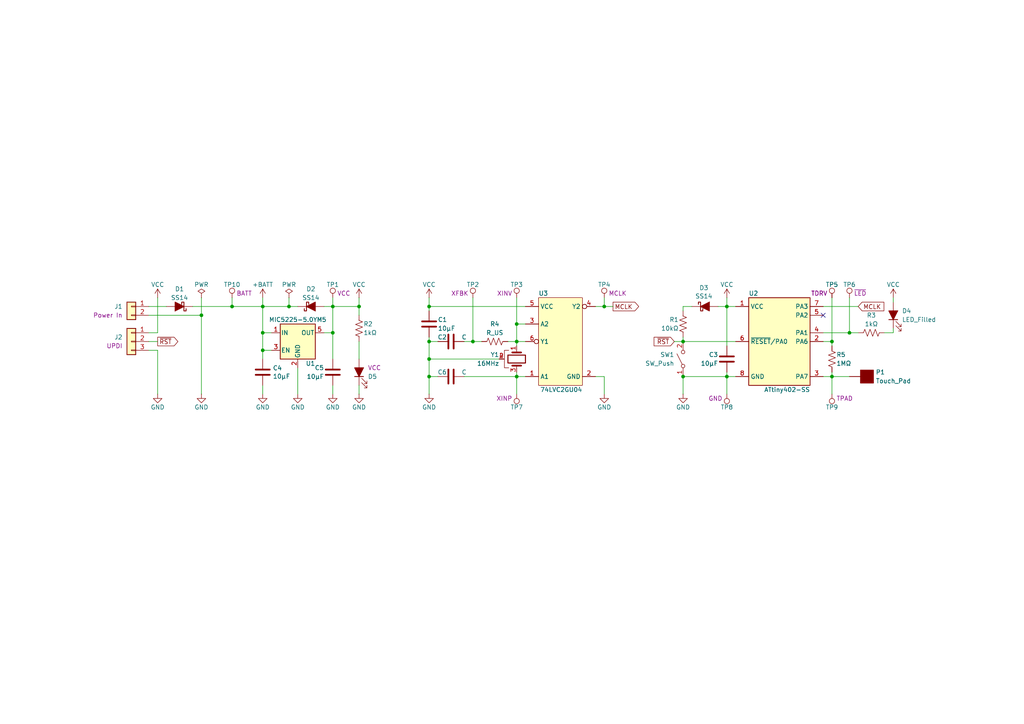
<source format=kicad_sch>
(kicad_sch (version 20231120) (generator "eeschema") (generator_version "8.0")
  (paper "A4")
  (title_block (title "Capacitive Touch Test") (date "2024-06-18") (rev "0") (company "Ashlyn Black"))
  (lib_symbols
    (symbol "Ashlyns_Symbols:PWR" (power) (pin_numbers hide) (pin_names (offset 0) hide)
      (property "Value" "PWR" (at 0 3.81 0))
      (symbol "PWR_0_0"
        (pin power_out line (at 0 0 90) (length 0) (name "pwr") (number "1"))
      )
      (symbol "PWR_0_1"
        (polyline (pts (xy 0 0) (xy 0 1.27) (xy -1.016 1.905) (xy 0 2.54) (xy 1.016 1.905) (xy 0 1.27)))
      )
    )
    (symbol "Connector_Generic:Conn_01x02" (pin_names (offset 1.016) hide)
      (property "Reference" "J" (at 0 2.54 0))
      (property "Value" "Conn_01x02" (at 0 -5.08 0))
      (symbol "Conn_01x02_1_1"
        (rectangle (start -1.27 -2.413) (end 0 -2.667) (stroke (width 0.1524)))
        (rectangle (start -1.27 0.127) (end 0 -0.127) (stroke (width 0.1524)))
        (rectangle (start -1.27 1.27) (end 1.27 -3.81) (stroke (width 0.254)) (fill (type background)))
        (pin passive line (at -5.08 0 0) (length 3.81) (name "Pin_1") (number "1"))
        (pin passive line (at -5.08 -2.54 0) (length 3.81) (name "Pin_2") (number "2"))
      )
    )
    (symbol "Connector_Generic:Conn_01x03" (pin_names (offset 1.016) hide)
      (property "Reference" "J" (at 0 5.08 0))
      (property "Value" "Conn_01x03" (at 0 -5.08 0))
      (symbol "Conn_01x03_1_1"
        (rectangle (start -1.27 -2.413) (end 0 -2.667) (stroke (width 0.1524)))
        (rectangle (start -1.27 0.127) (end 0 -0.127) (stroke (width 0.1524)))
        (rectangle (start -1.27 2.667) (end 0 2.413) (stroke (width 0.1524)))
        (rectangle (start -1.27 3.81) (end 1.27 -3.81) (stroke (width 0.254)) (fill (type background)))
        (pin passive line (at -5.08 2.54 0) (length 3.81) (name "Pin_1") (number "1"))
        (pin passive line (at -5.08 0 0) (length 3.81) (name "Pin_2") (number "2"))
        (pin passive line (at -5.08 -2.54 0) (length 3.81) (name "Pin_3") (number "3"))
      )
    )
    (symbol "Device:C" (pin_numbers hide) (pin_names (offset 0.254))
      (property "Reference" "C" (at 0.635 2.54 0))
      (property "Value" "C" (at 0.635 -2.54 0))
      (symbol "C_0_1"
        (polyline (pts (xy -2.032 -0.762) (xy 2.032 -0.762)) (stroke (width 0.508)))
        (polyline (pts (xy -2.032 0.762) (xy 2.032 0.762)) (stroke (width 0.508)))
      )
      (symbol "C_1_1"
        (pin passive line (at 0 3.81 270) (length 2.794) (name "~") (number "1"))
        (pin passive line (at 0 -3.81 90) (length 2.794) (name "~") (number "2"))
      )
    )
    (symbol "Device:D_Schottky_Filled" (pin_numbers hide) (pin_names (offset 1.016) hide)
      (property "Reference" "D" (at 0 2.54 0))
      (property "Value" "D_Schottky_Filled" (at 0 -2.54 0))
      (symbol "D_Schottky_Filled_0_1"
        (polyline (pts (xy 1.27 0) (xy -1.27 0)))
        (polyline (pts (xy 1.27 1.27) (xy 1.27 -1.27) (xy -1.27 0) (xy 1.27 1.27)) (stroke (width 0.254)) (fill (type outline)))
        (polyline (pts (xy -1.905 0.635) (xy -1.905 1.27) (xy -1.27 1.27) (xy -1.27 -1.27) (xy -0.635 -1.27) (xy -0.635 -0.635)) (stroke (width 0.254)))
      )
      (symbol "D_Schottky_Filled_1_1"
        (pin passive line (at -3.81 0 0) (length 2.54) (name "K") (number "1"))
        (pin passive line (at 3.81 0 180) (length 2.54) (name "A") (number "2"))
      )
    )
    (symbol "Device:LED_Filled" (pin_numbers hide) (pin_names (offset 1.016) hide)
      (property "Reference" "D" (at 0 2.54 0))
      (property "Value" "LED_Filled" (at 0 -2.54 0))
      (symbol "LED_Filled_0_1"
        (polyline (pts (xy -1.27 -1.27) (xy -1.27 1.27)) (stroke (width 0.254)))
        (polyline (pts (xy -1.27 0) (xy 1.27 0)))
        (polyline (pts (xy 1.27 -1.27) (xy 1.27 1.27) (xy -1.27 0) (xy 1.27 -1.27)) (stroke (width 0.254)) (fill (type outline)))
        (polyline (pts (xy -3.048 -0.762) (xy -4.572 -2.286) (xy -3.81 -2.286) (xy -4.572 -2.286) (xy -4.572 -1.524)))
        (polyline (pts (xy -1.778 -0.762) (xy -3.302 -2.286) (xy -2.54 -2.286) (xy -3.302 -2.286) (xy -3.302 -1.524)))
      )
      (symbol "LED_Filled_1_1"
        (pin passive line (at -3.81 0 0) (length 2.54) (name "K") (number "1"))
        (pin passive line (at 3.81 0 180) (length 2.54) (name "A") (number "2"))
      )
    )
    (symbol "Device:R_US" (pin_numbers hide) (pin_names (offset 0))
      (property "Reference" "R" (at 2.54 0 90))
      (property "Value" "R_US" (at -2.54 0 90))
      (symbol "R_US_0_1"
        (polyline (pts (xy 0 -2.286) (xy 0 -2.54)))
        (polyline (pts (xy 0 2.286) (xy 0 2.54)))
        (polyline (pts (xy 0 -0.762) (xy 1.016 -1.143) (xy 0 -1.524) (xy -1.016 -1.905) (xy 0 -2.286)))
        (polyline (pts (xy 0 0.762) (xy 1.016 0.381) (xy 0 0) (xy -1.016 -0.381) (xy 0 -0.762)))
        (polyline (pts (xy 0 2.286) (xy 1.016 1.905) (xy 0 1.524) (xy -1.016 1.143) (xy 0 0.762)))
      )
      (symbol "R_US_1_1"
        (pin passive line (at 0 3.81 270) (length 1.27) (name "~") (number "1"))
        (pin passive line (at 0 -3.81 90) (length 1.27) (name "~") (number "2"))
      )
    )
    (symbol "GND_1" (power) (pin_numbers hide) (pin_names (offset 0) hide)
      (property "Value" "GND" (at 0 -3.81 0))
      (symbol "GND_1_0_1"
        (polyline (pts (xy 0 0) (xy 0 -1.27) (xy 1.27 -1.27) (xy 0 -2.54) (xy -1.27 -1.27) (xy 0 -1.27)))
      )
      (symbol "GND_1_1_1"
        (pin power_in line (at 0 0 270) (length 0) (name "~") (number "1"))
      )
    )
    (symbol "Single:74LVC2GU04"
      (property "Reference" "U" (at -6.35 16.51 0))
      (property "Value" "74LVC2GU04" (at 6.35 -11.43 0))
      (symbol "74LVC2GU04_1_1"
        (rectangle (start -6.35 15.24) (end 6.35 -10.16) (fill (type background)))
        (pin input line (at -10.16 -7.62 0) (length 3.81) (name "A1") (number "1"))
        (pin power_in line (at 10.16 -7.62 180) (length 3.81) (name "GND") (number "2"))
        (pin input line (at -10.16 7.62 0) (length 3.81) (name "A2") (number "3"))
        (pin output inverted (at 10.16 12.7 180) (length 3.81) (name "Y2") (number "4"))
        (pin power_in line (at -10.16 12.7 0) (length 3.81) (name "VCC") (number "5"))
        (pin output inverted (at -10.16 2.54 0) (length 3.81) (name "Y1") (number "6"))
      )
    )
    (symbol "Single:ATtiny402-SS"
      (property "Reference" "U" (at -8.89 13.97 0))
      (property "Value" "ATtiny402-SS" (at 8.89 -13.97 0))
      (symbol "ATtiny402-SS_0_1"
        (rectangle (start -8.89 12.7) (end 8.89 -12.7) (stroke (width 0.254)) (fill (type background)))
      )
      (symbol "ATtiny402-SS_1_1"
        (pin power_in line (at -12.7 10.16 0) (length 3.81) (name "VCC") (number "1"))
        (pin bidirectional line (at 12.7 0 180) (length 3.81) (name "PA6") (number "2"))
        (pin bidirectional line (at 12.7 -10.16 180) (length 3.81) (name "PA7") (number "3"))
        (pin bidirectional line (at 12.7 2.54 180) (length 3.81) (name "PA1") (number "4"))
        (pin bidirectional line (at 12.7 7.62 180) (length 3.81) (name "PA2") (number "5"))
        (pin bidirectional line (at -12.7 0 0) (length 3.81) (name "~{RESET}/PA0") (number "6"))
        (pin bidirectional line (at 12.7 10.16 180) (length 3.81) (name "PA3") (number "7"))
        (pin power_in line (at -12.7 -10.16 0) (length 3.81) (name "GND") (number "8"))
      )
    )
    (symbol "Single:Crystal_GND24" (pin_names (offset 1.016) hide)
      (property "Reference" "Y" (at 0 5.715 0))
      (property "Value" "Crystal_GND24" (at 0 3.81 0))
      (symbol "Crystal_GND24_0_1"
        (rectangle (start -1.143 2.54) (end 1.143 -2.54) (stroke (width 0.3048)))
        (polyline (pts (xy -2.54 0) (xy -1.905 0)))
        (polyline (pts (xy -1.905 -1.27) (xy -1.905 1.27)) (stroke (width 0.508)))
        (polyline (pts (xy 0 -3.81) (xy 0 -3.556)))
        (polyline (pts (xy 1.905 0) (xy 2.54 0)))
        (polyline (pts (xy 1.905 1.27) (xy 1.905 -1.27)) (stroke (width 0.508)))
        (polyline (pts (xy -2.54 -2.286) (xy -2.54 -3.556) (xy 2.54 -3.556) (xy 2.54 -2.286)))
      )
      (symbol "Crystal_GND24_1_1"
        (pin passive line (at -3.81 0 0) (length 1.27) (name "1") (number "1"))
        (pin passive line (at 0 -5.08 90) (length 1.27) (name "") (number "2"))
        (pin passive line (at 3.81 0 180) (length 1.27) (name "3") (number "3"))
        (pin passive line (at 0 -5.08 90) (length 1.27) (name "") (number "4"))
      )
    )
    (symbol "Single:MIC5225-5.0YM5" (pin_names (offset 0.254))
      (property "Reference" "U" (at -3.81 5.715 0))
      (property "Value" "MIC5225-5.0YM5" (at 0 5.715 0))
      (symbol "MIC5225-5.0YM5_0_1"
        (rectangle (start -5.08 5.08) (end 5.08 -5.08) (stroke (width 0.254)) (fill (type background)))
      )
      (symbol "MIC5225-5.0YM5_1_1"
        (pin power_in line (at -7.62 2.54 0) (length 2.54) (name "IN") (number "1"))
        (pin power_in line (at 0 -7.62 90) (length 2.54) (name "GND") (number "2"))
        (pin input line (at -7.62 -2.54 0) (length 2.54) (name "EN") (number "3"))
        (pin no_connect line (at 7.62 -2.54 180) (length 2.54) hide (name "NC") (number "4"))
        (pin power_out line (at 7.62 2.54 180) (length 2.54) (name "OUT") (number "5"))
      )
    )
    (symbol "Single:TestPoint" (pin_numbers hide) (pin_names (offset 0.762) hide)
      (property "Reference" "TP" (at 0 6.858 0))
      (property "Value" "TestPoint" (at 0 5.08 0))
      (symbol "TestPoint_0_1"
        (circle (center 0 2.032) (radius 0.762))
      )
      (symbol "TestPoint_1_1"
        (pin passive line (at 0 0 90) (length 1.27) (name "1") (number "1"))
      )
    )
    (symbol "Single:Touch Pad" (pin_numbers hide) (pin_names (offset 1.016) hide)
      (property "Reference" "P" (at 0 8.89 0))
      (property "Value" "Touch_Pad" (at 0 6.35 0))
      (symbol "Touch Pad_1_1"
        (rectangle (start -1.905 4.445) (end 1.905 0.635) (fill (type outline)))
        (pin input line (at 0 -2.54 90) (length 3.175) (name "1") (number "1"))
      )
    )
    (symbol "Switch:SW_SPST" (pin_names (offset 0) hide)
      (property "Reference" "SW" (at 0 3.175 0))
      (property "Value" "SW_SPST" (at 0 -2.54 0))
      (symbol "SW_SPST_0_0"
        (circle (center -2.032 0) (radius 0.508))
        (polyline (pts (xy -1.524 0.254) (xy 1.524 1.778)))
        (circle (center 2.032 0) (radius 0.508))
      )
      (symbol "SW_SPST_1_1"
        (pin passive line (at -5.08 0 0) (length 2.54) (name "A") (number "1"))
        (pin passive line (at 5.08 0 180) (length 2.54) (name "B") (number "2"))
      )
    )
    (symbol "power:+BATT" (power) (pin_numbers hide) (pin_names (offset 0) hide)
      (property "Value" "+BATT" (at 0 3.556 0))
      (symbol "+BATT_0_1"
        (polyline (pts (xy -0.762 1.27) (xy 0 2.54)))
        (polyline (pts (xy 0 0) (xy 0 2.54)))
        (polyline (pts (xy 0 2.54) (xy 0.762 1.27)))
      )
      (symbol "+BATT_1_1"
        (pin power_in line (at 0 0 90) (length 0) (name "~") (number "1"))
      )
    )
    (symbol "power:VCC" (power) (pin_numbers hide) (pin_names (offset 0) hide)
      (property "Value" "VCC" (at 0 3.556 0))
      (symbol "VCC_0_1"
        (polyline (pts (xy -0.762 1.27) (xy 0 2.54)))
        (polyline (pts (xy 0 0) (xy 0 2.54)))
        (polyline (pts (xy 0 2.54) (xy 0.762 1.27)))
      )
      (symbol "VCC_1_1"
        (pin power_in line (at 0 0 90) (length 0) (name "~") (number "1"))
      )
    )
  )
  (junction (at 198.12 109.22))
  (junction (at 241.3 109.22))
  (junction (at 210.82 88.9))
  (junction (at 241.3 99.06))
  (junction (at 76.2 88.9))
  (junction (at 246.38 96.52))
  (junction (at 76.2 101.6))
  (junction (at 149.86 99.06))
  (junction (at 175.26 88.9))
  (junction (at 198.12 99.06))
  (junction (at 76.2 96.52))
  (junction (at 149.86 93.98))
  (junction (at 210.82 109.22))
  (junction (at 137.16 99.06))
  (junction (at 96.52 96.52))
  (junction (at 124.46 88.9))
  (junction (at 58.42 91.44))
  (junction (at 124.46 99.06))
  (junction (at 83.82 88.9))
  (junction (at 149.86 109.22))
  (junction (at 124.46 109.22))
  (junction (at 124.46 104.14))
  (junction (at 96.52 88.9))
  (junction (at 67.31 88.9))
  (junction (at 104.14 88.9))
  (no_connect (at 238.76 91.44))
  (wire (pts (xy 124.46 109.22) (xy 127 109.22)))
  (wire (pts (xy 67.31 88.9) (xy 76.2 88.9)))
  (wire (pts (xy 256.54 96.52) (xy 259.08 96.52)))
  (wire (pts (xy 124.46 99.06) (xy 127 99.06)))
  (wire (pts (xy 76.2 96.52) (xy 76.2 101.6)))
  (wire (pts (xy 175.26 109.22) (xy 175.26 114.3)))
  (wire (pts (xy 238.76 88.9) (xy 248.92 88.9)))
  (wire (pts (xy 149.86 109.22) (xy 152.4 109.22)))
  (wire (pts (xy 45.72 101.6) (xy 45.72 114.3)))
  (wire (pts (xy 58.42 86.36) (xy 58.42 91.44)))
  (wire (pts (xy 76.2 96.52) (xy 78.74 96.52)))
  (wire (pts (xy 149.86 99.06) (xy 152.4 99.06)))
  (wire (pts (xy 67.31 86.36) (xy 67.31 88.9)))
  (wire (pts (xy 198.12 109.22) (xy 210.82 109.22)))
  (wire (pts (xy 259.08 96.52) (xy 259.08 95.25)))
  (wire (pts (xy 124.46 109.22) (xy 124.46 114.3)))
  (wire (pts (xy 238.76 99.06) (xy 241.3 99.06)))
  (wire (pts (xy 241.3 109.22) (xy 246.38 109.22)))
  (wire (pts (xy 43.18 88.9) (xy 48.26 88.9)))
  (wire (pts (xy 93.98 96.52) (xy 96.52 96.52)))
  (wire (pts (xy 210.82 109.22) (xy 210.82 114.3)))
  (wire (pts (xy 198.12 109.22) (xy 198.12 114.3)))
  (wire (pts (xy 149.86 99.06) (xy 149.86 93.98)))
  (wire (pts (xy 246.38 86.36) (xy 246.38 96.52)))
  (wire (pts (xy 96.52 96.52) (xy 96.52 104.14)))
  (wire (pts (xy 96.52 88.9) (xy 96.52 96.52)))
  (wire (pts (xy 43.18 99.06) (xy 45.72 99.06)))
  (wire (pts (xy 76.2 101.6) (xy 76.2 104.14)))
  (wire (pts (xy 241.3 107.95) (xy 241.3 109.22)))
  (wire (pts (xy 43.18 96.52) (xy 45.72 96.52)))
  (wire (pts (xy 175.26 86.36) (xy 175.26 88.9)))
  (wire (pts (xy 45.72 86.36) (xy 45.72 96.52)))
  (wire (pts (xy 241.3 86.36) (xy 241.3 99.06)))
  (wire (pts (xy 96.52 86.36) (xy 96.52 88.9)))
  (wire (pts (xy 124.46 88.9) (xy 152.4 88.9)))
  (wire (pts (xy 83.82 88.9) (xy 86.36 88.9)))
  (wire (pts (xy 198.12 99.06) (xy 213.36 99.06)))
  (wire (pts (xy 96.52 88.9) (xy 104.14 88.9)))
  (wire (pts (xy 78.74 101.6) (xy 76.2 101.6)))
  (wire (pts (xy 104.14 99.06) (xy 104.14 104.14)))
  (wire (pts (xy 210.82 109.22) (xy 213.36 109.22)))
  (wire (pts (xy 58.42 91.44) (xy 58.42 114.3)))
  (wire (pts (xy 134.62 99.06) (xy 137.16 99.06)))
  (wire (pts (xy 93.98 88.9) (xy 96.52 88.9)))
  (wire (pts (xy 238.76 109.22) (xy 241.3 109.22)))
  (wire (pts (xy 76.2 88.9) (xy 83.82 88.9)))
  (wire (pts (xy 149.86 109.22) (xy 149.86 114.3)))
  (wire (pts (xy 210.82 86.36) (xy 210.82 88.9)))
  (wire (pts (xy 124.46 99.06) (xy 124.46 104.14)))
  (wire (pts (xy 124.46 104.14) (xy 144.78 104.14)))
  (wire (pts (xy 198.12 88.9) (xy 198.12 90.17)))
  (wire (pts (xy 149.86 99.06) (xy 149.86 100.33)))
  (wire (pts (xy 246.38 96.52) (xy 248.92 96.52)))
  (wire (pts (xy 210.82 88.9) (xy 210.82 100.33)))
  (wire (pts (xy 76.2 88.9) (xy 76.2 96.52)))
  (wire (pts (xy 147.32 99.06) (xy 149.86 99.06)))
  (wire (pts (xy 96.52 111.76) (xy 96.52 114.3)))
  (wire (pts (xy 124.46 86.36) (xy 124.46 88.9)))
  (wire (pts (xy 137.16 86.36) (xy 137.16 99.06)))
  (wire (pts (xy 200.66 88.9) (xy 198.12 88.9)))
  (wire (pts (xy 43.18 101.6) (xy 45.72 101.6)))
  (wire (pts (xy 43.18 91.44) (xy 58.42 91.44)))
  (wire (pts (xy 76.2 86.36) (xy 76.2 88.9)))
  (wire (pts (xy 124.46 90.17) (xy 124.46 88.9)))
  (wire (pts (xy 137.16 99.06) (xy 139.7 99.06)))
  (wire (pts (xy 104.14 111.76) (xy 104.14 114.3)))
  (wire (pts (xy 241.3 109.22) (xy 241.3 114.3)))
  (wire (pts (xy 104.14 86.36) (xy 104.14 88.9)))
  (wire (pts (xy 149.86 86.36) (xy 149.86 93.98)))
  (wire (pts (xy 104.14 88.9) (xy 104.14 91.44)))
  (wire (pts (xy 198.12 97.79) (xy 198.12 99.06)))
  (wire (pts (xy 83.82 86.36) (xy 83.82 88.9)))
  (wire (pts (xy 76.2 111.76) (xy 76.2 114.3)))
  (wire (pts (xy 172.72 88.9) (xy 175.26 88.9)))
  (wire (pts (xy 238.76 96.52) (xy 246.38 96.52)))
  (wire (pts (xy 241.3 99.06) (xy 241.3 100.33)))
  (wire (pts (xy 208.28 88.9) (xy 210.82 88.9)))
  (wire (pts (xy 134.62 109.22) (xy 149.86 109.22)))
  (wire (pts (xy 124.46 97.79) (xy 124.46 99.06)))
  (wire (pts (xy 172.72 109.22) (xy 175.26 109.22)))
  (wire (pts (xy 149.86 93.98) (xy 152.4 93.98)))
  (wire (pts (xy 210.82 88.9) (xy 213.36 88.9)))
  (wire (pts (xy 195.58 99.06) (xy 198.12 99.06)))
  (wire (pts (xy 149.86 107.95) (xy 149.86 109.22)))
  (wire (pts (xy 55.88 88.9) (xy 67.31 88.9)))
  (wire (pts (xy 175.26 88.9) (xy 177.8 88.9)))
  (wire (pts (xy 86.36 106.68) (xy 86.36 114.3)))
  (wire (pts (xy 124.46 104.14) (xy 124.46 109.22)))
  (wire (pts (xy 210.82 107.95) (xy 210.82 109.22)))
  (wire (pts (xy 259.08 86.36) (xy 259.08 87.63)))
  (global_label "MCLK" (shape input) (at 248.92 88.9 0) (property "Intersheetrefs" "${INTERSHEET_REFS}" (effects (hide yes))))
  (global_label "~{RST}" (shape output) (at 45.72 99.06 0) (property "Intersheetrefs" "${INTERSHEET_REFS}" (effects (hide yes))))
  (global_label "MCLK" (shape output) (at 177.8 88.9 0) (property "Intersheetrefs" "${INTERSHEET_REFS}" (effects (hide yes))))
  (global_label "~{RST}" (shape input) (at 195.58 99.06 180) (property "Intersheetrefs" "${INTERSHEET_REFS}" (effects (hide yes))))
  (symbol (lib_id "Single:Crystal_GND24") (at 149.86 104.14 270) (unit 1)
    (property "Reference" "Y1" (at 144.78 102.87 90) (effects (justify right)))
    (property "Value" "16MHz" (at 144.78 105.41 90) (effects (justify right)))
    (property "Footprint" "Crystal:Crystal_SMD_3225-4Pin_3.2x2.5mm_HandSoldering" (effects (hide yes)))
    (property "Description" "Four pin crystal, GND on pin 2 and 4" (effects (hide yes)))
  )
  (symbol (lib_id "Single:TestPoint") (at 175.26 86.36 0) (unit 1)
    (property "Reference" "TP4" (at 175.26 82.55 0))
    (property "Value" "TestPoint" (effects (hide yes)))
    (property "Footprint" "Single:TEST-TH_Loop_D2.40mm_Drill0.9mm_Beaded" (effects (hide yes)))
    (property "Description" "test point" (effects (hide yes)))
    (property "Function" "MCLK" (at 176.53 85.09 0) (effects (justify left)))
  )
  (symbol (lib_id "Device:R_US") (at 252.73 96.52 90) (unit 1)
    (property "Reference" "R3" (at 252.73 91.44 90))
    (property "Value" "1kΩ" (at 252.73 93.98 90))
    (property "Footprint" "Resistor_SMD:R_0805_2012Metric_Pad1.20x1.40mm_HandSolder" (effects (hide yes)))
    (property "Description" "Resistor, US symbol" (effects (hide yes)))
  )
  (symbol (lib_id "Single:TestPoint") (at 137.16 86.36 0) (unit 1)
    (property "Reference" "TP2" (at 137.16 82.55 0))
    (property "Value" "TestPoint" (effects (hide yes)))
    (property "Footprint" "Single:TEST-TH_Loop_D2.40mm_Drill0.9mm_Beaded" (effects (hide yes)))
    (property "Description" "test point" (effects (hide yes)))
    (property "Function" "XFBK" (at 135.89 85.09 0) (effects (justify right)))
  )
  (symbol (lib_id "Device:LED_Filled") (at 259.08 91.44 90) (unit 1)
    (property "Reference" "D4" (at 261.62 90.17 90) (effects (justify right)))
    (property "Value" "LED_Filled" (at 261.62 92.71 90) (effects (justify right)))
    (property "Footprint" "LED_SMD:LED_1206_3216Metric_Pad1.42x1.75mm_HandSolder" (effects (hide yes)))
    (property "Description" "Light emitting diode, filled shape" (effects (hide yes)))
  )
  (symbol (lib_name "GND_1") (lib_id "power:GND") (at 58.42 114.3 0) (mirror y) (unit 1)
    (property "Reference" "#PWR08" (effects (hide yes)))
    (property "Value" "GND" (at 58.42 118.11 0))
    (property "Description" "Power symbol creates a global label with name \"GND\" , ground" (effects (hide yes)))
  )
  (symbol (lib_id "power:VCC") (at 104.14 86.36 0) (unit 1)
    (property "Reference" "#PWR03" (effects (hide yes)))
    (property "Value" "VCC" (at 104.14 82.55 0))
    (property "Description" "Power symbol creates a global label with name \"VCC\"" (effects (hide yes)))
  )
  (symbol (lib_id "Ashlyns_Symbols:PWR") (at 83.82 86.36 0) (unit 1)
    (property "Reference" "#FLG01" (effects (hide yes)))
    (property "Value" "PWR" (at 83.82 82.55 0))
    (property "Description" "Special symbol for telling ERC where power comes from" (effects (hide yes)))
  )
  (symbol (lib_id "Device:C") (at 130.81 99.06 90) (unit 1)
    (property "Reference" "C2" (at 128.27 97.79 90))
    (property "Value" "C" (at 134.62 97.79 90))
    (property "Footprint" "Capacitor_SMD:C_0805_2012Metric_Pad1.18x1.45mm_HandSolder" (effects (hide yes)))
    (property "Description" "Unpolarized capacitor" (effects (hide yes)))
  )
  (symbol (lib_name "GND_1") (lib_id "power:GND") (at 175.26 114.3 0) (unit 1)
    (property "Reference" "#PWR014" (effects (hide yes)))
    (property "Value" "GND" (at 175.26 118.11 0))
    (property "Description" "Power symbol creates a global label with name \"GND\" , ground" (effects (hide yes)))
  )
  (symbol (lib_id "Device:R_US") (at 241.3 104.14 0) (unit 1)
    (property "Reference" "R5" (at 242.57 102.87 0) (effects (justify left)))
    (property "Value" "1MΩ" (at 242.57 105.41 0) (effects (justify left)))
    (property "Footprint" "Resistor_SMD:R_0805_2012Metric_Pad1.20x1.40mm_HandSolder" (effects (hide yes)))
    (property "Description" "Resistor, US symbol" (effects (hide yes)))
    (property "Tolerance" "0.1%" (effects (hide yes)))
  )
  (symbol (lib_name "GND_1") (lib_id "power:GND") (at 96.52 114.3 0) (mirror y) (unit 1)
    (property "Reference" "#PWR011" (effects (hide yes)))
    (property "Value" "GND" (at 96.52 118.11 0))
    (property "Description" "Power symbol creates a global label with name \"GND\" , ground" (effects (hide yes)))
  )
  (symbol (lib_id "Device:D_Schottky_Filled") (at 204.47 88.9 0) (unit 1)
    (property "Reference" "D3" (at 204.1525 83.4855 0))
    (property "Value" "SS14" (at 204.1525 85.9098 0))
    (property "Footprint" "Diode_SMD:D_SMA" (effects (hide yes)))
    (property "Description" "Schottky diode, filled shape" (effects (hide yes)))
  )
  (symbol (lib_name "GND_1") (lib_id "power:GND") (at 124.46 114.3 0) (unit 1)
    (property "Reference" "#PWR013" (effects (hide yes)))
    (property "Value" "GND" (at 124.46 118.11 0))
    (property "Description" "Power symbol creates a global label with name \"GND\" , ground" (effects (hide yes)))
  )
  (symbol (lib_id "power:VCC") (at 124.46 86.36 0) (unit 1)
    (property "Reference" "#PWR04" (effects (hide yes)))
    (property "Value" "VCC" (at 124.46 82.55 0))
    (property "Description" "Power symbol creates a global label with name \"VCC\"" (effects (hide yes)))
  )
  (symbol (lib_name "GND_1") (lib_id "power:GND") (at 76.2 114.3 0) (mirror y) (unit 1)
    (property "Reference" "#PWR09" (effects (hide yes)))
    (property "Value" "GND" (at 76.2 118.11 0))
    (property "Description" "Power symbol creates a global label with name \"GND\" , ground" (effects (hide yes)))
  )
  (symbol (lib_name "GND_1") (lib_id "power:GND") (at 86.36 114.3 0) (mirror y) (unit 1)
    (property "Reference" "#PWR010" (effects (hide yes)))
    (property "Value" "GND" (at 86.36 118.11 0))
    (property "Description" "Power symbol creates a global label with name \"GND\" , ground" (effects (hide yes)))
  )
  (symbol (lib_id "Ashlyns_Symbols:PWR") (at 58.42 86.36 0) (unit 1)
    (property "Reference" "#FLG02" (effects (hide yes)))
    (property "Value" "PWR" (at 58.42 82.55 0))
    (property "Description" "Special symbol for telling ERC where power comes from" (effects (hide yes)))
  )
  (symbol (lib_id "Device:C") (at 210.82 104.14 0) (unit 1)
    (property "Reference" "C3" (at 208.28 102.87 0) (effects (justify right)))
    (property "Value" "10µF" (at 208.28 105.41 0) (effects (justify right)))
    (property "Footprint" "Capacitor_SMD:C_1206_3216Metric_Pad1.33x1.80mm_HandSolder" (effects (hide yes)))
    (property "Description" "Unpolarized capacitor" (effects (hide yes)))
  )
  (symbol (lib_id "Connector_Generic:Conn_01x02") (at 38.1 88.9 0) (mirror y) (unit 1)
    (property "Reference" "J1" (at 35.56 88.9 0) (effects (justify left)))
    (property "Value" "Conn_01x02" (effects (hide yes)))
    (property "Footprint" "Single:JST_XH_S2B-XH-A-1_1x02_P2.50mm_Horizontal" (effects (hide yes)))
    (property "Description" "Generic connector, single row, 01x02, script generated (kicad-library-utils/schlib/autogen/connector/)" (effects (hide yes)))
    (property "Function" "Power In" (at 35.56 91.44 0) (effects (justify left)))
  )
  (symbol (lib_id "Device:C") (at 76.2 107.95 0) (unit 1)
    (property "Reference" "C4" (at 79.121 106.7378 0) (effects (justify left)))
    (property "Value" "10µF" (at 79.121 109.1621 0) (effects (justify left)))
    (property "Footprint" "Capacitor_SMD:C_1206_3216Metric_Pad1.33x1.80mm_HandSolder" (effects (hide yes)))
    (property "Description" "Unpolarized capacitor" (effects (hide yes)))
  )
  (symbol (lib_id "Device:D_Schottky_Filled") (at 52.07 88.9 180) (unit 1)
    (property "Reference" "D1" (at 52.07 83.82 0))
    (property "Value" "SS14" (at 52.07 86.36 0))
    (property "Footprint" "Diode_SMD:D_SMA" (effects (hide yes)))
  )
  (symbol (lib_id "Single:TestPoint") (at 67.31 86.36 0) (mirror y) (unit 1)
    (property "Reference" "TP10" (at 67.31 82.55 0))
    (property "Value" "TestPoint" (effects (hide yes)))
    (property "Footprint" "Single:TEST-TH_Loop_D2.40mm_Drill0.9mm_Beaded" (effects (hide yes)))
    (property "Description" "test point" (effects (hide yes)))
    (property "Function" "BATT" (at 68.58 85.09 0) (effects (justify right)))
  )
  (symbol (lib_id "Switch:SW_SPST") (at 198.12 104.14 90) (unit 1)
    (property "Reference" "SW1" (at 195.58 102.87 90) (effects (justify left)))
    (property "Value" "SW_Push" (at 195.58 105.41 90) (effects (justify left)))
    (property "Footprint" "Button_Switch_THT:SW_PUSH_6mm_H5mm" (effects (hide yes)))
  )
  (symbol (lib_id "power:VCC") (at 259.08 86.36 0) (unit 1)
    (property "Reference" "#PWR06" (effects (hide yes)))
    (property "Value" "VCC" (at 259.08 82.55 0))
    (property "Description" "Power symbol creates a global label with name \"VCC\"" (effects (hide yes)))
  )
  (symbol (lib_id "Single:TestPoint") (at 241.3 114.3 180) (unit 1)
    (property "Reference" "TP9" (at 241.3 118.11 0))
    (property "Value" "TestPoint" (effects (hide yes)))
    (property "Footprint" "Single:TEST-TH_Loop_D2.40mm_Drill0.9mm_Beaded" (effects (hide yes)))
    (property "Description" "test point" (effects (hide yes)))
    (property "Function" "TPAD" (at 242.57 115.57 0) (effects (justify right)))
  )
  (symbol (lib_id "Device:C") (at 124.46 93.98 0) (unit 1)
    (property "Reference" "C1" (at 127 92.71 0) (effects (justify left)))
    (property "Value" "10µF" (at 127 95.25 0) (effects (justify left)))
    (property "Footprint" "Capacitor_SMD:C_1206_3216Metric_Pad1.33x1.80mm_HandSolder" (effects (hide yes)))
    (property "Description" "Unpolarized capacitor" (effects (hide yes)))
  )
  (symbol (lib_id "power:+BATT") (at 76.2 86.36 0) (unit 1)
    (property "Reference" "#PWR02" (effects (hide yes)))
    (property "Value" "+BATT" (at 76.2 82.55 0))
    (property "Description" "Power symbol creates a global label with name \"+BATT\"" (effects (hide yes)))
  )
  (symbol (lib_id "Device:D_Schottky_Filled") (at 90.17 88.9 0) (mirror x) (unit 1)
    (property "Reference" "D2" (at 90.17 83.82 0))
    (property "Value" "SS14" (at 90.17 86.36 0))
    (property "Footprint" "Diode_SMD:D_SMA" (effects (hide yes)))
  )
  (symbol (lib_id "Single:TestPoint") (at 149.86 86.36 0) (unit 1)
    (property "Reference" "TP3" (at 149.86 82.55 0))
    (property "Value" "TestPoint" (effects (hide yes)))
    (property "Footprint" "Single:TEST-TH_Loop_D2.40mm_Drill0.9mm_Beaded" (effects (hide yes)))
    (property "Description" "test point" (effects (hide yes)))
    (property "Function" "XINV" (at 148.59 85.09 0) (effects (justify right)))
  )
  (symbol (lib_name "GND_1") (lib_id "power:GND") (at 198.12 114.3 0) (unit 1)
    (property "Reference" "#PWR015" (effects (hide yes)))
    (property "Value" "GND" (at 198.12 118.11 0))
    (property "Description" "Power symbol creates a global label with name \"GND\" , ground" (effects (hide yes)))
  )
  (symbol (lib_id "Device:R_US") (at 198.12 93.98 0) (unit 1)
    (property "Reference" "R1" (at 196.85 92.71 0) (effects (justify right)))
    (property "Value" "10kΩ" (at 196.85 95.25 0) (effects (justify right)))
    (property "Footprint" "Resistor_SMD:R_0805_2012Metric_Pad1.20x1.40mm_HandSolder" (effects (hide yes)))
    (property "Description" "Resistor, US symbol" (effects (hide yes)))
  )
  (symbol (lib_id "Single:MIC5225-5.0YM5") (at 86.36 99.06 0) (unit 1)
    (property "Reference" "U1" (at 91.44 105.41 0) (effects (justify right)))
    (property "Value" "MIC5225-5.0YM5" (at 86.36 92.71 0))
    (property "Footprint" "Package_TO_SOT_SMD:SOT-23-5" (effects (hide yes)))
    (property "Description" "150mA low dropout linear regulator, fixed 5.0V output, SOT-23-5" (effects (hide yes)))
  )
  (symbol (lib_id "Single:TestPoint") (at 246.38 86.36 0) (unit 1)
    (property "Reference" "TP6" (at 246.38 82.55 0))
    (property "Value" "TestPoint" (effects (hide yes)))
    (property "Footprint" "Single:TEST-TH_Loop_D2.40mm_Drill0.9mm_Beaded" (effects (hide yes)))
    (property "Description" "test point" (effects (hide yes)))
    (property "Function" "~{LED}" (at 247.65 85.09 0) (effects (justify left)))
  )
  (symbol (lib_id "Device:LED_Filled") (at 104.14 107.95 90) (unit 1)
    (property "Reference" "D5" (at 106.68 109.22 90) (effects (justify right)))
    (property "Value" "LED_Filled" (effects (hide yes)))
    (property "Footprint" "LED_SMD:LED_1206_3216Metric_Pad1.42x1.75mm_HandSolder" (effects (hide yes)))
    (property "Function" "VCC" (at 106.68 106.68 90) (effects (justify right)))
  )
  (symbol (lib_id "Device:C") (at 96.52 107.95 0) (unit 1)
    (property "Reference" "C5" (at 93.98 106.68 0) (effects (justify right)))
    (property "Value" "10µF" (at 93.98 109.22 0) (effects (justify right)))
    (property "Footprint" "Capacitor_SMD:C_1206_3216Metric_Pad1.33x1.80mm_HandSolder" (effects (hide yes)))
    (property "Description" "Unpolarized capacitor" (effects (hide yes)))
  )
  (symbol (lib_id "Single:TestPoint") (at 210.82 114.3 0) (mirror x) (unit 1)
    (property "Reference" "TP8" (at 210.82 118.11 0))
    (property "Value" "TestPoint" (effects (hide yes)))
    (property "Footprint" "Single:TEST-TH_Loop_D2.40mm_Drill0.9mm_Beaded" (effects (hide yes)))
    (property "Description" "test point" (effects (hide yes)))
    (property "Function" "GND" (at 209.55 115.57 0) (effects (justify right)))
  )
  (symbol (lib_id "Single:ATtiny402-SS") (at 226.06 99.06 0) (unit 1)
    (property "Reference" "U2" (at 217.17 85.09 0) (effects (justify left)))
    (property "Value" "ATtiny402-SS" (at 234.95 113.03 0) (effects (justify right)))
    (property "Footprint" "Package_SO:SOIC-8_3.9x4.9mm_P1.27mm" (effects (hide yes)))
    (property "Datasheet" "http://ww1.microchip.com/downloads/en/DeviceDoc/ATtiny202-402-AVR-MCU-with-Core-Independent-Peripherals_and-picoPower-40001969A.pdf" (effects (hide yes)))
    (property "Description" "20MHz, 4kB Flash, 256B SRAM, 128B EEPROM, SOIC-8" (effects (hide yes)))
  )
  (symbol (lib_id "power:VCC") (at 210.82 86.36 0) (unit 1)
    (property "Reference" "#PWR05" (effects (hide yes)))
    (property "Value" "VCC" (at 210.82 82.55 0))
    (property "Description" "Power symbol creates a global label with name \"VCC\"" (effects (hide yes)))
  )
  (symbol (lib_name "GND_1") (lib_id "power:GND") (at 104.14 114.3 0) (mirror y) (unit 1)
    (property "Reference" "#PWR012" (effects (hide yes)))
    (property "Value" "GND" (at 104.14 118.11 0))
    (property "Description" "Power symbol creates a global label with name \"GND\" , ground" (effects (hide yes)))
  )
  (symbol (lib_name "GND_1") (lib_id "power:GND") (at 45.72 114.3 0) (mirror y) (unit 1)
    (property "Reference" "#PWR07" (effects (hide yes)))
    (property "Value" "GND" (at 45.72 118.11 0))
    (property "Description" "Power symbol creates a global label with name \"GND\" , ground" (effects (hide yes)))
  )
  (symbol (lib_id "Single:74LVC2GU04") (at 162.56 101.6 0) (unit 1)
    (property "Reference" "U3" (at 156.21 85.09 0) (effects (justify left)))
    (property "Value" "74LVC2GU04" (at 168.91 113.03 0) (effects (justify right)))
    (property "Footprint" "Package_TO_SOT_SMD:SOT-23-6_Handsoldering" (effects (hide yes)))
    (property "Datasheet" "http://www.ti.com/lit/sg/scyt129e/scyt129e.pdf" (effects (hide yes)))
    (property "Description" "74LVC2G04, Dual NOT Gate, Low-Voltage CMOS" (effects (hide yes)))
  )
  (symbol (lib_id "Device:C") (at 130.81 109.22 90) (unit 1)
    (property "Reference" "C6" (at 128.27 107.95 90))
    (property "Value" "C" (at 134.62 107.95 90))
    (property "Footprint" "Capacitor_SMD:C_0805_2012Metric_Pad1.18x1.45mm_HandSolder" (effects (hide yes)))
    (property "Description" "Unpolarized capacitor" (effects (hide yes)))
  )
  (symbol (lib_id "Single:TestPoint") (at 241.3 86.36 0) (unit 1)
    (property "Reference" "TP5" (at 241.3 82.55 0))
    (property "Value" "TestPoint" (effects (hide yes)))
    (property "Footprint" "Single:TEST-TH_Loop_D2.40mm_Drill0.9mm_Beaded" (effects (hide yes)))
    (property "Description" "test point" (effects (hide yes)))
    (property "Function" "TDRV" (at 240.03 85.09 0) (effects (justify right)))
  )
  (symbol (lib_id "Device:R_US") (at 104.14 95.25 0) (unit 1)
    (property "Reference" "R2" (at 105.41 93.98 0) (effects (justify left)))
    (property "Value" "1kΩ" (at 105.41 96.52 0) (effects (justify left)))
    (property "Footprint" "Resistor_SMD:R_0805_2012Metric_Pad1.20x1.40mm_HandSolder" (effects (hide yes)))
    (property "Description" "Resistor, US symbol" (effects (hide yes)))
  )
  (symbol (lib_id "Single:TestPoint") (at 96.52 86.36 0) (mirror y) (unit 1)
    (property "Reference" "TP1" (at 96.52 82.55 0))
    (property "Value" "TestPoint" (effects (hide yes)))
    (property "Footprint" "Single:TEST-TH_Loop_D2.40mm_Drill0.9mm_Beaded" (effects (hide yes)))
    (property "Description" "test point" (effects (hide yes)))
    (property "Function" "VCC" (at 97.79 85.09 0) (effects (justify right)))
  )
  (symbol (lib_id "power:VCC") (at 45.72 86.36 0) (unit 1)
    (property "Reference" "#PWR01" (effects (hide yes)))
    (property "Value" "VCC" (at 45.72 82.55 0))
    (property "Description" "Power symbol creates a global label with name \"VCC\"" (effects (hide yes)))
  )
  (symbol (lib_id "Single:Touch Pad") (at 248.92 109.22 270) (mirror x) (unit 1)
    (property "Reference" "P1" (at 254 107.95 90) (effects (justify left)))
    (property "Value" "Touch_Pad" (at 254 110.49 90) (effects (justify left)))
    (property "Footprint" "Single:Touch_Pad" (effects (hide yes)))
    (property "Description" "Capacitive touch pad with connection" (effects (hide yes)))
  )
  (symbol (lib_id "Single:TestPoint") (at 149.86 114.3 0) (mirror x) (unit 1)
    (property "Reference" "TP7" (at 149.86 118.11 0))
    (property "Value" "TestPoint" (effects (hide yes)))
    (property "Footprint" "Single:TEST-TH_Loop_D2.40mm_Drill0.9mm_Beaded" (effects (hide yes)))
    (property "Description" "test point" (effects (hide yes)))
    (property "Function" "XINP" (at 148.59 115.57 0) (effects (justify right)))
  )
  (symbol (lib_id "Device:R_US") (at 143.51 99.06 90) (unit 1)
    (property "Reference" "R4" (at 143.51 93.98 90))
    (property "Value" "R_US" (at 143.51 96.52 90))
    (property "Footprint" "Resistor_SMD:R_0805_2012Metric_Pad1.20x1.40mm_HandSolder" (effects (hide yes)))
    (property "Description" "Resistor, US symbol" (effects (hide yes)))
  )
  (symbol (lib_id "Connector_Generic:Conn_01x03") (at 38.1 99.06 0) (mirror y) (unit 1)
    (property "Reference" "J2" (at 35.56 97.79 0) (effects (justify left)))
    (property "Value" "Conn_01x03" (effects (hide yes)))
    (property "Footprint" "Single:JST_XH_S3B-XH-A-1_1x03_P2.50mm_Horizontal" (effects (hide yes)))
    (property "Description" "Generic connector, single row, 01x03, script generated (kicad-library-utils/schlib/autogen/connector/)" (effects (hide yes)))
    (property "Function" "UPDI" (at 35.56 100.33 0) (effects (justify left)))
  )
)
</source>
